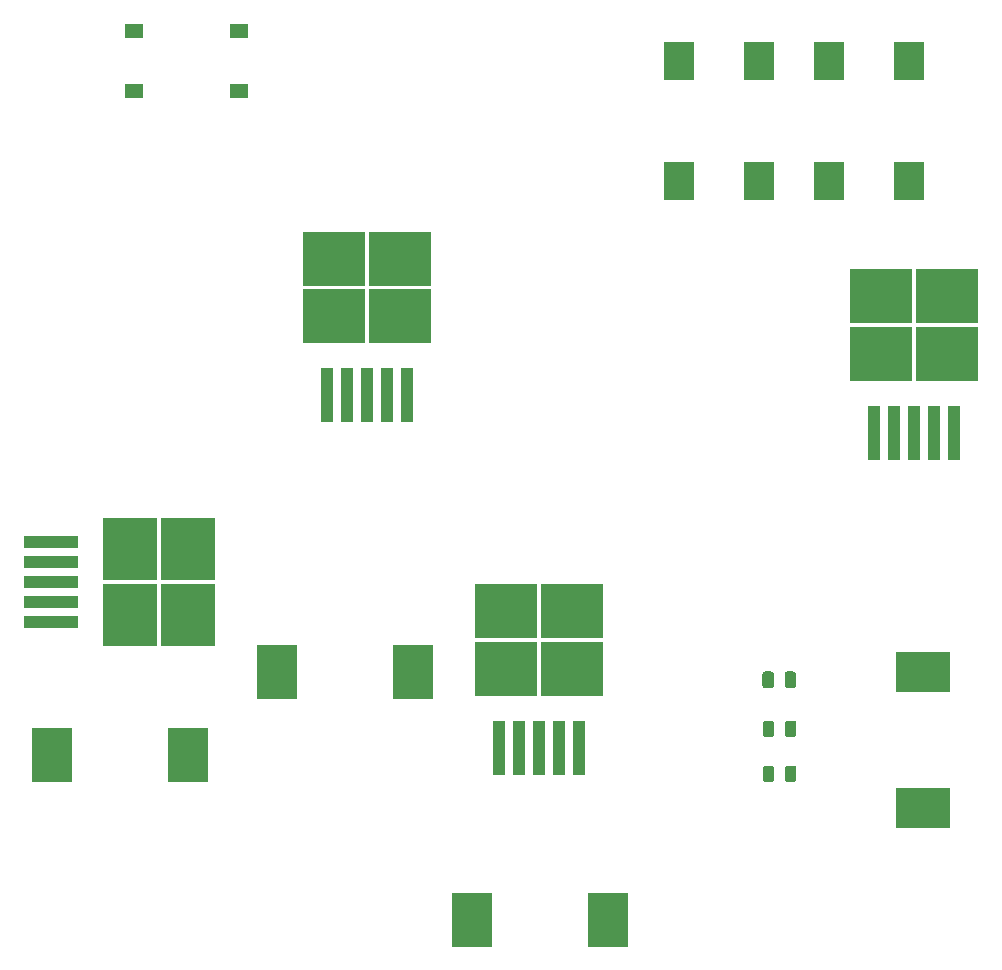
<source format=gbr>
G04 #@! TF.GenerationSoftware,KiCad,Pcbnew,(5.1.5)-3*
G04 #@! TF.CreationDate,2020-04-21T19:46:43+02:00*
G04 #@! TF.ProjectId,PowerSupply_v2,506f7765-7253-4757-9070-6c795f76322e,rev?*
G04 #@! TF.SameCoordinates,Original*
G04 #@! TF.FileFunction,Paste,Top*
G04 #@! TF.FilePolarity,Positive*
%FSLAX46Y46*%
G04 Gerber Fmt 4.6, Leading zero omitted, Abs format (unit mm)*
G04 Created by KiCad (PCBNEW (5.1.5)-3) date 2020-04-21 19:46:43*
%MOMM*%
%LPD*%
G04 APERTURE LIST*
%ADD10C,0.100000*%
%ADD11R,2.500000X3.300000*%
%ADD12R,3.500000X4.600000*%
%ADD13R,4.600000X3.500000*%
%ADD14R,1.500000X1.300000*%
%ADD15R,4.550000X5.250000*%
%ADD16R,4.600000X1.100000*%
%ADD17R,5.250000X4.550000*%
%ADD18R,1.100000X4.600000*%
G04 APERTURE END LIST*
D10*
G36*
X177160142Y-116486224D02*
G01*
X177183803Y-116489734D01*
X177207007Y-116495546D01*
X177229529Y-116503604D01*
X177251153Y-116513832D01*
X177271670Y-116526129D01*
X177290883Y-116540379D01*
X177308607Y-116556443D01*
X177324671Y-116574167D01*
X177338921Y-116593380D01*
X177351218Y-116613897D01*
X177361446Y-116635521D01*
X177369504Y-116658043D01*
X177375316Y-116681247D01*
X177378826Y-116704908D01*
X177380000Y-116728800D01*
X177380000Y-117641300D01*
X177378826Y-117665192D01*
X177375316Y-117688853D01*
X177369504Y-117712057D01*
X177361446Y-117734579D01*
X177351218Y-117756203D01*
X177338921Y-117776720D01*
X177324671Y-117795933D01*
X177308607Y-117813657D01*
X177290883Y-117829721D01*
X177271670Y-117843971D01*
X177251153Y-117856268D01*
X177229529Y-117866496D01*
X177207007Y-117874554D01*
X177183803Y-117880366D01*
X177160142Y-117883876D01*
X177136250Y-117885050D01*
X176648750Y-117885050D01*
X176624858Y-117883876D01*
X176601197Y-117880366D01*
X176577993Y-117874554D01*
X176555471Y-117866496D01*
X176533847Y-117856268D01*
X176513330Y-117843971D01*
X176494117Y-117829721D01*
X176476393Y-117813657D01*
X176460329Y-117795933D01*
X176446079Y-117776720D01*
X176433782Y-117756203D01*
X176423554Y-117734579D01*
X176415496Y-117712057D01*
X176409684Y-117688853D01*
X176406174Y-117665192D01*
X176405000Y-117641300D01*
X176405000Y-116728800D01*
X176406174Y-116704908D01*
X176409684Y-116681247D01*
X176415496Y-116658043D01*
X176423554Y-116635521D01*
X176433782Y-116613897D01*
X176446079Y-116593380D01*
X176460329Y-116574167D01*
X176476393Y-116556443D01*
X176494117Y-116540379D01*
X176513330Y-116526129D01*
X176533847Y-116513832D01*
X176555471Y-116503604D01*
X176577993Y-116495546D01*
X176601197Y-116489734D01*
X176624858Y-116486224D01*
X176648750Y-116485050D01*
X177136250Y-116485050D01*
X177160142Y-116486224D01*
G37*
G36*
X179035142Y-116486224D02*
G01*
X179058803Y-116489734D01*
X179082007Y-116495546D01*
X179104529Y-116503604D01*
X179126153Y-116513832D01*
X179146670Y-116526129D01*
X179165883Y-116540379D01*
X179183607Y-116556443D01*
X179199671Y-116574167D01*
X179213921Y-116593380D01*
X179226218Y-116613897D01*
X179236446Y-116635521D01*
X179244504Y-116658043D01*
X179250316Y-116681247D01*
X179253826Y-116704908D01*
X179255000Y-116728800D01*
X179255000Y-117641300D01*
X179253826Y-117665192D01*
X179250316Y-117688853D01*
X179244504Y-117712057D01*
X179236446Y-117734579D01*
X179226218Y-117756203D01*
X179213921Y-117776720D01*
X179199671Y-117795933D01*
X179183607Y-117813657D01*
X179165883Y-117829721D01*
X179146670Y-117843971D01*
X179126153Y-117856268D01*
X179104529Y-117866496D01*
X179082007Y-117874554D01*
X179058803Y-117880366D01*
X179035142Y-117883876D01*
X179011250Y-117885050D01*
X178523750Y-117885050D01*
X178499858Y-117883876D01*
X178476197Y-117880366D01*
X178452993Y-117874554D01*
X178430471Y-117866496D01*
X178408847Y-117856268D01*
X178388330Y-117843971D01*
X178369117Y-117829721D01*
X178351393Y-117813657D01*
X178335329Y-117795933D01*
X178321079Y-117776720D01*
X178308782Y-117756203D01*
X178298554Y-117734579D01*
X178290496Y-117712057D01*
X178284684Y-117688853D01*
X178281174Y-117665192D01*
X178280000Y-117641300D01*
X178280000Y-116728800D01*
X178281174Y-116704908D01*
X178284684Y-116681247D01*
X178290496Y-116658043D01*
X178298554Y-116635521D01*
X178308782Y-116613897D01*
X178321079Y-116593380D01*
X178335329Y-116574167D01*
X178351393Y-116556443D01*
X178369117Y-116540379D01*
X178388330Y-116526129D01*
X178408847Y-116513832D01*
X178430471Y-116503604D01*
X178452993Y-116495546D01*
X178476197Y-116489734D01*
X178499858Y-116486224D01*
X178523750Y-116485050D01*
X179011250Y-116485050D01*
X179035142Y-116486224D01*
G37*
D11*
X182020000Y-56820050D03*
X188820000Y-56820050D03*
X182020000Y-66980050D03*
X188820000Y-66980050D03*
X176120000Y-56820050D03*
X169320000Y-56820050D03*
X176120000Y-66980050D03*
X169320000Y-66980050D03*
D12*
X116205000Y-115570000D03*
X127705000Y-115570000D03*
X151765000Y-129540000D03*
X163265000Y-129540000D03*
D13*
X190000000Y-120085000D03*
X190000000Y-108585000D03*
D12*
X146755000Y-108585000D03*
X135255000Y-108585000D03*
D10*
G36*
X179005142Y-108521174D02*
G01*
X179028803Y-108524684D01*
X179052007Y-108530496D01*
X179074529Y-108538554D01*
X179096153Y-108548782D01*
X179116670Y-108561079D01*
X179135883Y-108575329D01*
X179153607Y-108591393D01*
X179169671Y-108609117D01*
X179183921Y-108628330D01*
X179196218Y-108648847D01*
X179206446Y-108670471D01*
X179214504Y-108692993D01*
X179220316Y-108716197D01*
X179223826Y-108739858D01*
X179225000Y-108763750D01*
X179225000Y-109676250D01*
X179223826Y-109700142D01*
X179220316Y-109723803D01*
X179214504Y-109747007D01*
X179206446Y-109769529D01*
X179196218Y-109791153D01*
X179183921Y-109811670D01*
X179169671Y-109830883D01*
X179153607Y-109848607D01*
X179135883Y-109864671D01*
X179116670Y-109878921D01*
X179096153Y-109891218D01*
X179074529Y-109901446D01*
X179052007Y-109909504D01*
X179028803Y-109915316D01*
X179005142Y-109918826D01*
X178981250Y-109920000D01*
X178493750Y-109920000D01*
X178469858Y-109918826D01*
X178446197Y-109915316D01*
X178422993Y-109909504D01*
X178400471Y-109901446D01*
X178378847Y-109891218D01*
X178358330Y-109878921D01*
X178339117Y-109864671D01*
X178321393Y-109848607D01*
X178305329Y-109830883D01*
X178291079Y-109811670D01*
X178278782Y-109791153D01*
X178268554Y-109769529D01*
X178260496Y-109747007D01*
X178254684Y-109723803D01*
X178251174Y-109700142D01*
X178250000Y-109676250D01*
X178250000Y-108763750D01*
X178251174Y-108739858D01*
X178254684Y-108716197D01*
X178260496Y-108692993D01*
X178268554Y-108670471D01*
X178278782Y-108648847D01*
X178291079Y-108628330D01*
X178305329Y-108609117D01*
X178321393Y-108591393D01*
X178339117Y-108575329D01*
X178358330Y-108561079D01*
X178378847Y-108548782D01*
X178400471Y-108538554D01*
X178422993Y-108530496D01*
X178446197Y-108524684D01*
X178469858Y-108521174D01*
X178493750Y-108520000D01*
X178981250Y-108520000D01*
X179005142Y-108521174D01*
G37*
G36*
X177130142Y-108521174D02*
G01*
X177153803Y-108524684D01*
X177177007Y-108530496D01*
X177199529Y-108538554D01*
X177221153Y-108548782D01*
X177241670Y-108561079D01*
X177260883Y-108575329D01*
X177278607Y-108591393D01*
X177294671Y-108609117D01*
X177308921Y-108628330D01*
X177321218Y-108648847D01*
X177331446Y-108670471D01*
X177339504Y-108692993D01*
X177345316Y-108716197D01*
X177348826Y-108739858D01*
X177350000Y-108763750D01*
X177350000Y-109676250D01*
X177348826Y-109700142D01*
X177345316Y-109723803D01*
X177339504Y-109747007D01*
X177331446Y-109769529D01*
X177321218Y-109791153D01*
X177308921Y-109811670D01*
X177294671Y-109830883D01*
X177278607Y-109848607D01*
X177260883Y-109864671D01*
X177241670Y-109878921D01*
X177221153Y-109891218D01*
X177199529Y-109901446D01*
X177177007Y-109909504D01*
X177153803Y-109915316D01*
X177130142Y-109918826D01*
X177106250Y-109920000D01*
X176618750Y-109920000D01*
X176594858Y-109918826D01*
X176571197Y-109915316D01*
X176547993Y-109909504D01*
X176525471Y-109901446D01*
X176503847Y-109891218D01*
X176483330Y-109878921D01*
X176464117Y-109864671D01*
X176446393Y-109848607D01*
X176430329Y-109830883D01*
X176416079Y-109811670D01*
X176403782Y-109791153D01*
X176393554Y-109769529D01*
X176385496Y-109747007D01*
X176379684Y-109723803D01*
X176376174Y-109700142D01*
X176375000Y-109676250D01*
X176375000Y-108763750D01*
X176376174Y-108739858D01*
X176379684Y-108716197D01*
X176385496Y-108692993D01*
X176393554Y-108670471D01*
X176403782Y-108648847D01*
X176416079Y-108628330D01*
X176430329Y-108609117D01*
X176446393Y-108591393D01*
X176464117Y-108575329D01*
X176483330Y-108561079D01*
X176503847Y-108548782D01*
X176525471Y-108538554D01*
X176547993Y-108530496D01*
X176571197Y-108524684D01*
X176594858Y-108521174D01*
X176618750Y-108520000D01*
X177106250Y-108520000D01*
X177130142Y-108521174D01*
G37*
G36*
X179035142Y-112676224D02*
G01*
X179058803Y-112679734D01*
X179082007Y-112685546D01*
X179104529Y-112693604D01*
X179126153Y-112703832D01*
X179146670Y-112716129D01*
X179165883Y-112730379D01*
X179183607Y-112746443D01*
X179199671Y-112764167D01*
X179213921Y-112783380D01*
X179226218Y-112803897D01*
X179236446Y-112825521D01*
X179244504Y-112848043D01*
X179250316Y-112871247D01*
X179253826Y-112894908D01*
X179255000Y-112918800D01*
X179255000Y-113831300D01*
X179253826Y-113855192D01*
X179250316Y-113878853D01*
X179244504Y-113902057D01*
X179236446Y-113924579D01*
X179226218Y-113946203D01*
X179213921Y-113966720D01*
X179199671Y-113985933D01*
X179183607Y-114003657D01*
X179165883Y-114019721D01*
X179146670Y-114033971D01*
X179126153Y-114046268D01*
X179104529Y-114056496D01*
X179082007Y-114064554D01*
X179058803Y-114070366D01*
X179035142Y-114073876D01*
X179011250Y-114075050D01*
X178523750Y-114075050D01*
X178499858Y-114073876D01*
X178476197Y-114070366D01*
X178452993Y-114064554D01*
X178430471Y-114056496D01*
X178408847Y-114046268D01*
X178388330Y-114033971D01*
X178369117Y-114019721D01*
X178351393Y-114003657D01*
X178335329Y-113985933D01*
X178321079Y-113966720D01*
X178308782Y-113946203D01*
X178298554Y-113924579D01*
X178290496Y-113902057D01*
X178284684Y-113878853D01*
X178281174Y-113855192D01*
X178280000Y-113831300D01*
X178280000Y-112918800D01*
X178281174Y-112894908D01*
X178284684Y-112871247D01*
X178290496Y-112848043D01*
X178298554Y-112825521D01*
X178308782Y-112803897D01*
X178321079Y-112783380D01*
X178335329Y-112764167D01*
X178351393Y-112746443D01*
X178369117Y-112730379D01*
X178388330Y-112716129D01*
X178408847Y-112703832D01*
X178430471Y-112693604D01*
X178452993Y-112685546D01*
X178476197Y-112679734D01*
X178499858Y-112676224D01*
X178523750Y-112675050D01*
X179011250Y-112675050D01*
X179035142Y-112676224D01*
G37*
G36*
X177160142Y-112676224D02*
G01*
X177183803Y-112679734D01*
X177207007Y-112685546D01*
X177229529Y-112693604D01*
X177251153Y-112703832D01*
X177271670Y-112716129D01*
X177290883Y-112730379D01*
X177308607Y-112746443D01*
X177324671Y-112764167D01*
X177338921Y-112783380D01*
X177351218Y-112803897D01*
X177361446Y-112825521D01*
X177369504Y-112848043D01*
X177375316Y-112871247D01*
X177378826Y-112894908D01*
X177380000Y-112918800D01*
X177380000Y-113831300D01*
X177378826Y-113855192D01*
X177375316Y-113878853D01*
X177369504Y-113902057D01*
X177361446Y-113924579D01*
X177351218Y-113946203D01*
X177338921Y-113966720D01*
X177324671Y-113985933D01*
X177308607Y-114003657D01*
X177290883Y-114019721D01*
X177271670Y-114033971D01*
X177251153Y-114046268D01*
X177229529Y-114056496D01*
X177207007Y-114064554D01*
X177183803Y-114070366D01*
X177160142Y-114073876D01*
X177136250Y-114075050D01*
X176648750Y-114075050D01*
X176624858Y-114073876D01*
X176601197Y-114070366D01*
X176577993Y-114064554D01*
X176555471Y-114056496D01*
X176533847Y-114046268D01*
X176513330Y-114033971D01*
X176494117Y-114019721D01*
X176476393Y-114003657D01*
X176460329Y-113985933D01*
X176446079Y-113966720D01*
X176433782Y-113946203D01*
X176423554Y-113924579D01*
X176415496Y-113902057D01*
X176409684Y-113878853D01*
X176406174Y-113855192D01*
X176405000Y-113831300D01*
X176405000Y-112918800D01*
X176406174Y-112894908D01*
X176409684Y-112871247D01*
X176415496Y-112848043D01*
X176423554Y-112825521D01*
X176433782Y-112803897D01*
X176446079Y-112783380D01*
X176460329Y-112764167D01*
X176476393Y-112746443D01*
X176494117Y-112730379D01*
X176513330Y-112716129D01*
X176533847Y-112703832D01*
X176555471Y-112693604D01*
X176577993Y-112685546D01*
X176601197Y-112679734D01*
X176624858Y-112676224D01*
X176648750Y-112675050D01*
X177136250Y-112675050D01*
X177160142Y-112676224D01*
G37*
D14*
X132080000Y-54280050D03*
X123180000Y-54280050D03*
X123180000Y-59380050D03*
X132080000Y-59380050D03*
D15*
X122870000Y-103740000D03*
X127720000Y-98190000D03*
X122870000Y-98190000D03*
X127720000Y-103740000D03*
D16*
X116145000Y-104365000D03*
X116145000Y-102665000D03*
X116145000Y-100965000D03*
X116145000Y-99265000D03*
X116145000Y-97565000D03*
D17*
X160255000Y-108270000D03*
X154705000Y-103420000D03*
X154705000Y-108270000D03*
X160255000Y-103420000D03*
D18*
X160880000Y-114995000D03*
X159180000Y-114995000D03*
X157480000Y-114995000D03*
X155780000Y-114995000D03*
X154080000Y-114995000D03*
X185830000Y-88325000D03*
X187530000Y-88325000D03*
X189230000Y-88325000D03*
X190930000Y-88325000D03*
X192630000Y-88325000D03*
D17*
X192005000Y-76750000D03*
X186455000Y-81600000D03*
X186455000Y-76750000D03*
X192005000Y-81600000D03*
D18*
X139475000Y-85150000D03*
X141175000Y-85150000D03*
X142875000Y-85150000D03*
X144575000Y-85150000D03*
X146275000Y-85150000D03*
D17*
X145650000Y-73575000D03*
X140100000Y-78425000D03*
X140100000Y-73575000D03*
X145650000Y-78425000D03*
M02*

</source>
